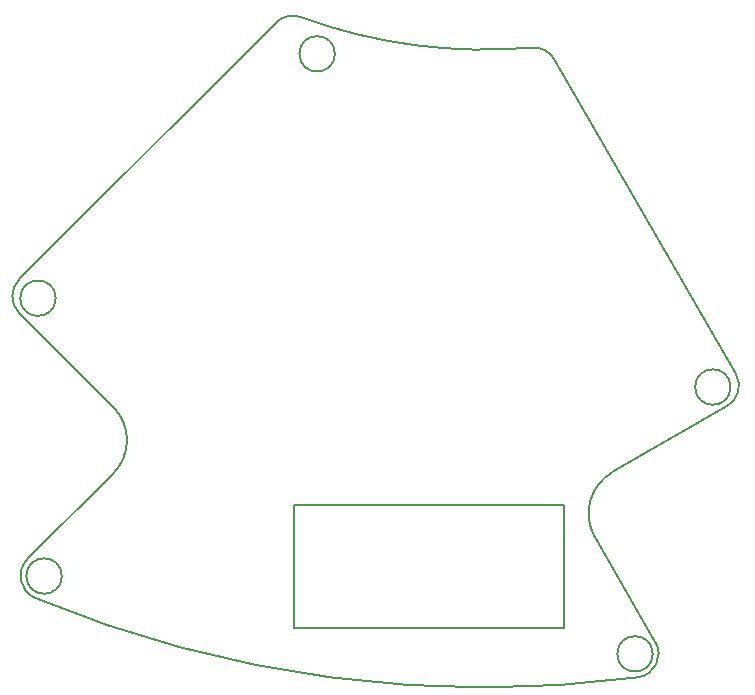
<source format=gbr>
%TF.GenerationSoftware,KiCad,Pcbnew,(6.0.5)*%
%TF.CreationDate,2023-02-26T21:46:22+09:00*%
%TF.ProjectId,psu_board,7073755f-626f-4617-9264-2e6b69636164,rev?*%
%TF.SameCoordinates,Original*%
%TF.FileFunction,Profile,NP*%
%FSLAX46Y46*%
G04 Gerber Fmt 4.6, Leading zero omitted, Abs format (unit mm)*
G04 Created by KiCad (PCBNEW (6.0.5)) date 2023-02-26 21:46:22*
%MOMM*%
%LPD*%
G01*
G04 APERTURE LIST*
%TA.AperFunction,Profile*%
%ADD10C,0.200000*%
%TD*%
G04 APERTURE END LIST*
D10*
X118956033Y-99549887D02*
G75*
G03*
X118956010Y-102378291I1414167J-1414213D01*
G01*
X126910961Y-115990097D02*
X119651769Y-123249288D01*
X179185994Y-108663346D02*
G75*
G03*
X179185994Y-108663346I-1500000J0D01*
G01*
X126910961Y-115990097D02*
G75*
G03*
X126910961Y-110333243I-2828431J2828427D01*
G01*
X142803484Y-77342276D02*
G75*
G03*
X162347407Y-79915282I15503016J42245176D01*
G01*
X179634551Y-107538346D02*
X164259053Y-80907202D01*
X145684100Y-80449124D02*
G75*
G03*
X145684100Y-80449124I-1500000J0D01*
G01*
X142240000Y-118618000D02*
X165100000Y-118618000D01*
X165100000Y-118618000D02*
X165100000Y-129032000D01*
X165100000Y-129032000D02*
X142240000Y-129032000D01*
X142240000Y-129032000D02*
X142240000Y-118618000D01*
X169159719Y-115895404D02*
G75*
G03*
X167695613Y-121359498I1999981J-3464096D01*
G01*
X142803502Y-77342228D02*
G75*
G03*
X140700247Y-77805626I-689002J-1877572D01*
G01*
X178902469Y-110270342D02*
G75*
G03*
X179634551Y-107538346I-999969J1732042D01*
G01*
X119651771Y-123249290D02*
G75*
G03*
X120298137Y-126510232I1414229J-1414210D01*
G01*
X169159714Y-115895396D02*
X178902500Y-110270396D01*
X140700247Y-77805626D02*
X118956010Y-99549864D01*
X172596586Y-131250156D02*
G75*
G03*
X172596586Y-131250156I-1500000J0D01*
G01*
X118956010Y-102378291D02*
X126910961Y-110333243D01*
X171360306Y-133232748D02*
G75*
G03*
X172828636Y-130250156I-263706J1982548D01*
G01*
X172828636Y-130250156D02*
X167695613Y-121359498D01*
X120298137Y-126510231D02*
G75*
G03*
X171360299Y-133232693I38008363J91413131D01*
G01*
X122047000Y-101140854D02*
G75*
G03*
X122047000Y-101140854I-1500000J0D01*
G01*
X164259050Y-80907203D02*
G75*
G03*
X162347407Y-79915282I-1732050J-999997D01*
G01*
X122565983Y-124663502D02*
G75*
G03*
X122565983Y-124663502I-1500000J0D01*
G01*
M02*

</source>
